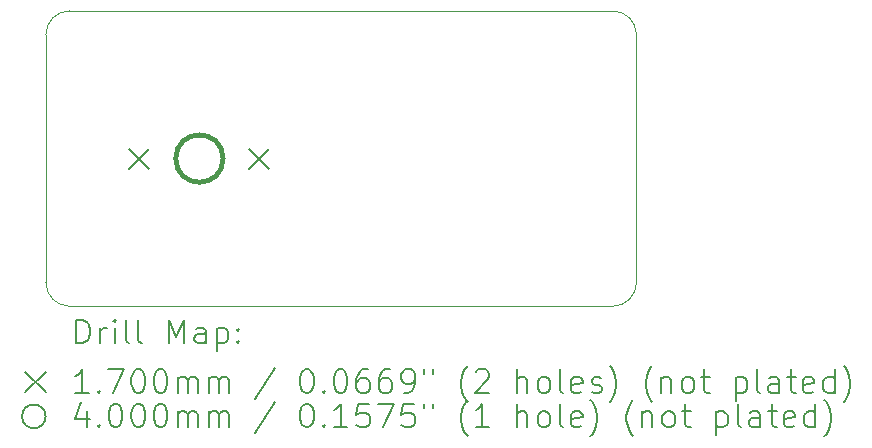
<source format=gbr>
%TF.GenerationSoftware,KiCad,Pcbnew,8.0.6*%
%TF.CreationDate,2024-12-06T21:46:28+09:00*%
%TF.ProjectId,dummy_keyboard,64756d6d-795f-46b6-9579-626f6172642e,rev?*%
%TF.SameCoordinates,Original*%
%TF.FileFunction,Drillmap*%
%TF.FilePolarity,Positive*%
%FSLAX45Y45*%
G04 Gerber Fmt 4.5, Leading zero omitted, Abs format (unit mm)*
G04 Created by KiCad (PCBNEW 8.0.6) date 2024-12-06 21:46:28*
%MOMM*%
%LPD*%
G01*
G04 APERTURE LIST*
%ADD10C,0.050000*%
%ADD11C,0.200000*%
%ADD12C,0.170000*%
%ADD13C,0.400000*%
G04 APERTURE END LIST*
D10*
X13200000Y-9400000D02*
G75*
G02*
X13400000Y-9200000I200000J0D01*
G01*
X13200000Y-11500000D02*
X13200000Y-9400000D01*
X13400000Y-11700000D02*
G75*
G02*
X13200000Y-11500000I0J200000D01*
G01*
X13400000Y-9200000D02*
X18000000Y-9200000D01*
X18200000Y-9400000D02*
X18200000Y-11500000D01*
X18000000Y-9200000D02*
G75*
G02*
X18200000Y-9400000I0J-200000D01*
G01*
X18000000Y-11700000D02*
X13400000Y-11700000D01*
X18200000Y-11500000D02*
G75*
G02*
X18000000Y-11700000I-200000J0D01*
G01*
D11*
D12*
X13907000Y-10365000D02*
X14077000Y-10535000D01*
X14077000Y-10365000D02*
X13907000Y-10535000D01*
X14923000Y-10365000D02*
X15093000Y-10535000D01*
X15093000Y-10365000D02*
X14923000Y-10535000D01*
D13*
X14700000Y-10450000D02*
G75*
G02*
X14300000Y-10450000I-200000J0D01*
G01*
X14300000Y-10450000D02*
G75*
G02*
X14700000Y-10450000I200000J0D01*
G01*
D11*
X13458277Y-12013984D02*
X13458277Y-11813984D01*
X13458277Y-11813984D02*
X13505896Y-11813984D01*
X13505896Y-11813984D02*
X13534467Y-11823508D01*
X13534467Y-11823508D02*
X13553515Y-11842555D01*
X13553515Y-11842555D02*
X13563039Y-11861603D01*
X13563039Y-11861603D02*
X13572562Y-11899698D01*
X13572562Y-11899698D02*
X13572562Y-11928269D01*
X13572562Y-11928269D02*
X13563039Y-11966365D01*
X13563039Y-11966365D02*
X13553515Y-11985412D01*
X13553515Y-11985412D02*
X13534467Y-12004460D01*
X13534467Y-12004460D02*
X13505896Y-12013984D01*
X13505896Y-12013984D02*
X13458277Y-12013984D01*
X13658277Y-12013984D02*
X13658277Y-11880650D01*
X13658277Y-11918746D02*
X13667801Y-11899698D01*
X13667801Y-11899698D02*
X13677324Y-11890174D01*
X13677324Y-11890174D02*
X13696372Y-11880650D01*
X13696372Y-11880650D02*
X13715420Y-11880650D01*
X13782086Y-12013984D02*
X13782086Y-11880650D01*
X13782086Y-11813984D02*
X13772562Y-11823508D01*
X13772562Y-11823508D02*
X13782086Y-11833031D01*
X13782086Y-11833031D02*
X13791610Y-11823508D01*
X13791610Y-11823508D02*
X13782086Y-11813984D01*
X13782086Y-11813984D02*
X13782086Y-11833031D01*
X13905896Y-12013984D02*
X13886848Y-12004460D01*
X13886848Y-12004460D02*
X13877324Y-11985412D01*
X13877324Y-11985412D02*
X13877324Y-11813984D01*
X14010658Y-12013984D02*
X13991610Y-12004460D01*
X13991610Y-12004460D02*
X13982086Y-11985412D01*
X13982086Y-11985412D02*
X13982086Y-11813984D01*
X14239229Y-12013984D02*
X14239229Y-11813984D01*
X14239229Y-11813984D02*
X14305896Y-11956841D01*
X14305896Y-11956841D02*
X14372562Y-11813984D01*
X14372562Y-11813984D02*
X14372562Y-12013984D01*
X14553515Y-12013984D02*
X14553515Y-11909222D01*
X14553515Y-11909222D02*
X14543991Y-11890174D01*
X14543991Y-11890174D02*
X14524943Y-11880650D01*
X14524943Y-11880650D02*
X14486848Y-11880650D01*
X14486848Y-11880650D02*
X14467801Y-11890174D01*
X14553515Y-12004460D02*
X14534467Y-12013984D01*
X14534467Y-12013984D02*
X14486848Y-12013984D01*
X14486848Y-12013984D02*
X14467801Y-12004460D01*
X14467801Y-12004460D02*
X14458277Y-11985412D01*
X14458277Y-11985412D02*
X14458277Y-11966365D01*
X14458277Y-11966365D02*
X14467801Y-11947317D01*
X14467801Y-11947317D02*
X14486848Y-11937793D01*
X14486848Y-11937793D02*
X14534467Y-11937793D01*
X14534467Y-11937793D02*
X14553515Y-11928269D01*
X14648753Y-11880650D02*
X14648753Y-12080650D01*
X14648753Y-11890174D02*
X14667801Y-11880650D01*
X14667801Y-11880650D02*
X14705896Y-11880650D01*
X14705896Y-11880650D02*
X14724943Y-11890174D01*
X14724943Y-11890174D02*
X14734467Y-11899698D01*
X14734467Y-11899698D02*
X14743991Y-11918746D01*
X14743991Y-11918746D02*
X14743991Y-11975888D01*
X14743991Y-11975888D02*
X14734467Y-11994936D01*
X14734467Y-11994936D02*
X14724943Y-12004460D01*
X14724943Y-12004460D02*
X14705896Y-12013984D01*
X14705896Y-12013984D02*
X14667801Y-12013984D01*
X14667801Y-12013984D02*
X14648753Y-12004460D01*
X14829705Y-11994936D02*
X14839229Y-12004460D01*
X14839229Y-12004460D02*
X14829705Y-12013984D01*
X14829705Y-12013984D02*
X14820182Y-12004460D01*
X14820182Y-12004460D02*
X14829705Y-11994936D01*
X14829705Y-11994936D02*
X14829705Y-12013984D01*
X14829705Y-11890174D02*
X14839229Y-11899698D01*
X14839229Y-11899698D02*
X14829705Y-11909222D01*
X14829705Y-11909222D02*
X14820182Y-11899698D01*
X14820182Y-11899698D02*
X14829705Y-11890174D01*
X14829705Y-11890174D02*
X14829705Y-11909222D01*
D12*
X13027500Y-12257500D02*
X13197500Y-12427500D01*
X13197500Y-12257500D02*
X13027500Y-12427500D01*
D11*
X13563039Y-12433984D02*
X13448753Y-12433984D01*
X13505896Y-12433984D02*
X13505896Y-12233984D01*
X13505896Y-12233984D02*
X13486848Y-12262555D01*
X13486848Y-12262555D02*
X13467801Y-12281603D01*
X13467801Y-12281603D02*
X13448753Y-12291127D01*
X13648753Y-12414936D02*
X13658277Y-12424460D01*
X13658277Y-12424460D02*
X13648753Y-12433984D01*
X13648753Y-12433984D02*
X13639229Y-12424460D01*
X13639229Y-12424460D02*
X13648753Y-12414936D01*
X13648753Y-12414936D02*
X13648753Y-12433984D01*
X13724943Y-12233984D02*
X13858277Y-12233984D01*
X13858277Y-12233984D02*
X13772562Y-12433984D01*
X13972562Y-12233984D02*
X13991610Y-12233984D01*
X13991610Y-12233984D02*
X14010658Y-12243508D01*
X14010658Y-12243508D02*
X14020182Y-12253031D01*
X14020182Y-12253031D02*
X14029705Y-12272079D01*
X14029705Y-12272079D02*
X14039229Y-12310174D01*
X14039229Y-12310174D02*
X14039229Y-12357793D01*
X14039229Y-12357793D02*
X14029705Y-12395888D01*
X14029705Y-12395888D02*
X14020182Y-12414936D01*
X14020182Y-12414936D02*
X14010658Y-12424460D01*
X14010658Y-12424460D02*
X13991610Y-12433984D01*
X13991610Y-12433984D02*
X13972562Y-12433984D01*
X13972562Y-12433984D02*
X13953515Y-12424460D01*
X13953515Y-12424460D02*
X13943991Y-12414936D01*
X13943991Y-12414936D02*
X13934467Y-12395888D01*
X13934467Y-12395888D02*
X13924943Y-12357793D01*
X13924943Y-12357793D02*
X13924943Y-12310174D01*
X13924943Y-12310174D02*
X13934467Y-12272079D01*
X13934467Y-12272079D02*
X13943991Y-12253031D01*
X13943991Y-12253031D02*
X13953515Y-12243508D01*
X13953515Y-12243508D02*
X13972562Y-12233984D01*
X14163039Y-12233984D02*
X14182086Y-12233984D01*
X14182086Y-12233984D02*
X14201134Y-12243508D01*
X14201134Y-12243508D02*
X14210658Y-12253031D01*
X14210658Y-12253031D02*
X14220182Y-12272079D01*
X14220182Y-12272079D02*
X14229705Y-12310174D01*
X14229705Y-12310174D02*
X14229705Y-12357793D01*
X14229705Y-12357793D02*
X14220182Y-12395888D01*
X14220182Y-12395888D02*
X14210658Y-12414936D01*
X14210658Y-12414936D02*
X14201134Y-12424460D01*
X14201134Y-12424460D02*
X14182086Y-12433984D01*
X14182086Y-12433984D02*
X14163039Y-12433984D01*
X14163039Y-12433984D02*
X14143991Y-12424460D01*
X14143991Y-12424460D02*
X14134467Y-12414936D01*
X14134467Y-12414936D02*
X14124943Y-12395888D01*
X14124943Y-12395888D02*
X14115420Y-12357793D01*
X14115420Y-12357793D02*
X14115420Y-12310174D01*
X14115420Y-12310174D02*
X14124943Y-12272079D01*
X14124943Y-12272079D02*
X14134467Y-12253031D01*
X14134467Y-12253031D02*
X14143991Y-12243508D01*
X14143991Y-12243508D02*
X14163039Y-12233984D01*
X14315420Y-12433984D02*
X14315420Y-12300650D01*
X14315420Y-12319698D02*
X14324943Y-12310174D01*
X14324943Y-12310174D02*
X14343991Y-12300650D01*
X14343991Y-12300650D02*
X14372563Y-12300650D01*
X14372563Y-12300650D02*
X14391610Y-12310174D01*
X14391610Y-12310174D02*
X14401134Y-12329222D01*
X14401134Y-12329222D02*
X14401134Y-12433984D01*
X14401134Y-12329222D02*
X14410658Y-12310174D01*
X14410658Y-12310174D02*
X14429705Y-12300650D01*
X14429705Y-12300650D02*
X14458277Y-12300650D01*
X14458277Y-12300650D02*
X14477324Y-12310174D01*
X14477324Y-12310174D02*
X14486848Y-12329222D01*
X14486848Y-12329222D02*
X14486848Y-12433984D01*
X14582086Y-12433984D02*
X14582086Y-12300650D01*
X14582086Y-12319698D02*
X14591610Y-12310174D01*
X14591610Y-12310174D02*
X14610658Y-12300650D01*
X14610658Y-12300650D02*
X14639229Y-12300650D01*
X14639229Y-12300650D02*
X14658277Y-12310174D01*
X14658277Y-12310174D02*
X14667801Y-12329222D01*
X14667801Y-12329222D02*
X14667801Y-12433984D01*
X14667801Y-12329222D02*
X14677324Y-12310174D01*
X14677324Y-12310174D02*
X14696372Y-12300650D01*
X14696372Y-12300650D02*
X14724943Y-12300650D01*
X14724943Y-12300650D02*
X14743991Y-12310174D01*
X14743991Y-12310174D02*
X14753515Y-12329222D01*
X14753515Y-12329222D02*
X14753515Y-12433984D01*
X15143991Y-12224460D02*
X14972563Y-12481603D01*
X15401134Y-12233984D02*
X15420182Y-12233984D01*
X15420182Y-12233984D02*
X15439229Y-12243508D01*
X15439229Y-12243508D02*
X15448753Y-12253031D01*
X15448753Y-12253031D02*
X15458277Y-12272079D01*
X15458277Y-12272079D02*
X15467801Y-12310174D01*
X15467801Y-12310174D02*
X15467801Y-12357793D01*
X15467801Y-12357793D02*
X15458277Y-12395888D01*
X15458277Y-12395888D02*
X15448753Y-12414936D01*
X15448753Y-12414936D02*
X15439229Y-12424460D01*
X15439229Y-12424460D02*
X15420182Y-12433984D01*
X15420182Y-12433984D02*
X15401134Y-12433984D01*
X15401134Y-12433984D02*
X15382086Y-12424460D01*
X15382086Y-12424460D02*
X15372563Y-12414936D01*
X15372563Y-12414936D02*
X15363039Y-12395888D01*
X15363039Y-12395888D02*
X15353515Y-12357793D01*
X15353515Y-12357793D02*
X15353515Y-12310174D01*
X15353515Y-12310174D02*
X15363039Y-12272079D01*
X15363039Y-12272079D02*
X15372563Y-12253031D01*
X15372563Y-12253031D02*
X15382086Y-12243508D01*
X15382086Y-12243508D02*
X15401134Y-12233984D01*
X15553515Y-12414936D02*
X15563039Y-12424460D01*
X15563039Y-12424460D02*
X15553515Y-12433984D01*
X15553515Y-12433984D02*
X15543991Y-12424460D01*
X15543991Y-12424460D02*
X15553515Y-12414936D01*
X15553515Y-12414936D02*
X15553515Y-12433984D01*
X15686848Y-12233984D02*
X15705896Y-12233984D01*
X15705896Y-12233984D02*
X15724944Y-12243508D01*
X15724944Y-12243508D02*
X15734467Y-12253031D01*
X15734467Y-12253031D02*
X15743991Y-12272079D01*
X15743991Y-12272079D02*
X15753515Y-12310174D01*
X15753515Y-12310174D02*
X15753515Y-12357793D01*
X15753515Y-12357793D02*
X15743991Y-12395888D01*
X15743991Y-12395888D02*
X15734467Y-12414936D01*
X15734467Y-12414936D02*
X15724944Y-12424460D01*
X15724944Y-12424460D02*
X15705896Y-12433984D01*
X15705896Y-12433984D02*
X15686848Y-12433984D01*
X15686848Y-12433984D02*
X15667801Y-12424460D01*
X15667801Y-12424460D02*
X15658277Y-12414936D01*
X15658277Y-12414936D02*
X15648753Y-12395888D01*
X15648753Y-12395888D02*
X15639229Y-12357793D01*
X15639229Y-12357793D02*
X15639229Y-12310174D01*
X15639229Y-12310174D02*
X15648753Y-12272079D01*
X15648753Y-12272079D02*
X15658277Y-12253031D01*
X15658277Y-12253031D02*
X15667801Y-12243508D01*
X15667801Y-12243508D02*
X15686848Y-12233984D01*
X15924944Y-12233984D02*
X15886848Y-12233984D01*
X15886848Y-12233984D02*
X15867801Y-12243508D01*
X15867801Y-12243508D02*
X15858277Y-12253031D01*
X15858277Y-12253031D02*
X15839229Y-12281603D01*
X15839229Y-12281603D02*
X15829706Y-12319698D01*
X15829706Y-12319698D02*
X15829706Y-12395888D01*
X15829706Y-12395888D02*
X15839229Y-12414936D01*
X15839229Y-12414936D02*
X15848753Y-12424460D01*
X15848753Y-12424460D02*
X15867801Y-12433984D01*
X15867801Y-12433984D02*
X15905896Y-12433984D01*
X15905896Y-12433984D02*
X15924944Y-12424460D01*
X15924944Y-12424460D02*
X15934467Y-12414936D01*
X15934467Y-12414936D02*
X15943991Y-12395888D01*
X15943991Y-12395888D02*
X15943991Y-12348269D01*
X15943991Y-12348269D02*
X15934467Y-12329222D01*
X15934467Y-12329222D02*
X15924944Y-12319698D01*
X15924944Y-12319698D02*
X15905896Y-12310174D01*
X15905896Y-12310174D02*
X15867801Y-12310174D01*
X15867801Y-12310174D02*
X15848753Y-12319698D01*
X15848753Y-12319698D02*
X15839229Y-12329222D01*
X15839229Y-12329222D02*
X15829706Y-12348269D01*
X16115420Y-12233984D02*
X16077325Y-12233984D01*
X16077325Y-12233984D02*
X16058277Y-12243508D01*
X16058277Y-12243508D02*
X16048753Y-12253031D01*
X16048753Y-12253031D02*
X16029706Y-12281603D01*
X16029706Y-12281603D02*
X16020182Y-12319698D01*
X16020182Y-12319698D02*
X16020182Y-12395888D01*
X16020182Y-12395888D02*
X16029706Y-12414936D01*
X16029706Y-12414936D02*
X16039229Y-12424460D01*
X16039229Y-12424460D02*
X16058277Y-12433984D01*
X16058277Y-12433984D02*
X16096372Y-12433984D01*
X16096372Y-12433984D02*
X16115420Y-12424460D01*
X16115420Y-12424460D02*
X16124944Y-12414936D01*
X16124944Y-12414936D02*
X16134467Y-12395888D01*
X16134467Y-12395888D02*
X16134467Y-12348269D01*
X16134467Y-12348269D02*
X16124944Y-12329222D01*
X16124944Y-12329222D02*
X16115420Y-12319698D01*
X16115420Y-12319698D02*
X16096372Y-12310174D01*
X16096372Y-12310174D02*
X16058277Y-12310174D01*
X16058277Y-12310174D02*
X16039229Y-12319698D01*
X16039229Y-12319698D02*
X16029706Y-12329222D01*
X16029706Y-12329222D02*
X16020182Y-12348269D01*
X16229706Y-12433984D02*
X16267801Y-12433984D01*
X16267801Y-12433984D02*
X16286848Y-12424460D01*
X16286848Y-12424460D02*
X16296372Y-12414936D01*
X16296372Y-12414936D02*
X16315420Y-12386365D01*
X16315420Y-12386365D02*
X16324944Y-12348269D01*
X16324944Y-12348269D02*
X16324944Y-12272079D01*
X16324944Y-12272079D02*
X16315420Y-12253031D01*
X16315420Y-12253031D02*
X16305896Y-12243508D01*
X16305896Y-12243508D02*
X16286848Y-12233984D01*
X16286848Y-12233984D02*
X16248753Y-12233984D01*
X16248753Y-12233984D02*
X16229706Y-12243508D01*
X16229706Y-12243508D02*
X16220182Y-12253031D01*
X16220182Y-12253031D02*
X16210658Y-12272079D01*
X16210658Y-12272079D02*
X16210658Y-12319698D01*
X16210658Y-12319698D02*
X16220182Y-12338746D01*
X16220182Y-12338746D02*
X16229706Y-12348269D01*
X16229706Y-12348269D02*
X16248753Y-12357793D01*
X16248753Y-12357793D02*
X16286848Y-12357793D01*
X16286848Y-12357793D02*
X16305896Y-12348269D01*
X16305896Y-12348269D02*
X16315420Y-12338746D01*
X16315420Y-12338746D02*
X16324944Y-12319698D01*
X16401134Y-12233984D02*
X16401134Y-12272079D01*
X16477325Y-12233984D02*
X16477325Y-12272079D01*
X16772563Y-12510174D02*
X16763039Y-12500650D01*
X16763039Y-12500650D02*
X16743991Y-12472079D01*
X16743991Y-12472079D02*
X16734468Y-12453031D01*
X16734468Y-12453031D02*
X16724944Y-12424460D01*
X16724944Y-12424460D02*
X16715420Y-12376841D01*
X16715420Y-12376841D02*
X16715420Y-12338746D01*
X16715420Y-12338746D02*
X16724944Y-12291127D01*
X16724944Y-12291127D02*
X16734468Y-12262555D01*
X16734468Y-12262555D02*
X16743991Y-12243508D01*
X16743991Y-12243508D02*
X16763039Y-12214936D01*
X16763039Y-12214936D02*
X16772563Y-12205412D01*
X16839230Y-12253031D02*
X16848753Y-12243508D01*
X16848753Y-12243508D02*
X16867801Y-12233984D01*
X16867801Y-12233984D02*
X16915420Y-12233984D01*
X16915420Y-12233984D02*
X16934468Y-12243508D01*
X16934468Y-12243508D02*
X16943991Y-12253031D01*
X16943991Y-12253031D02*
X16953515Y-12272079D01*
X16953515Y-12272079D02*
X16953515Y-12291127D01*
X16953515Y-12291127D02*
X16943991Y-12319698D01*
X16943991Y-12319698D02*
X16829706Y-12433984D01*
X16829706Y-12433984D02*
X16953515Y-12433984D01*
X17191611Y-12433984D02*
X17191611Y-12233984D01*
X17277325Y-12433984D02*
X17277325Y-12329222D01*
X17277325Y-12329222D02*
X17267801Y-12310174D01*
X17267801Y-12310174D02*
X17248753Y-12300650D01*
X17248753Y-12300650D02*
X17220182Y-12300650D01*
X17220182Y-12300650D02*
X17201134Y-12310174D01*
X17201134Y-12310174D02*
X17191611Y-12319698D01*
X17401134Y-12433984D02*
X17382087Y-12424460D01*
X17382087Y-12424460D02*
X17372563Y-12414936D01*
X17372563Y-12414936D02*
X17363039Y-12395888D01*
X17363039Y-12395888D02*
X17363039Y-12338746D01*
X17363039Y-12338746D02*
X17372563Y-12319698D01*
X17372563Y-12319698D02*
X17382087Y-12310174D01*
X17382087Y-12310174D02*
X17401134Y-12300650D01*
X17401134Y-12300650D02*
X17429706Y-12300650D01*
X17429706Y-12300650D02*
X17448753Y-12310174D01*
X17448753Y-12310174D02*
X17458277Y-12319698D01*
X17458277Y-12319698D02*
X17467801Y-12338746D01*
X17467801Y-12338746D02*
X17467801Y-12395888D01*
X17467801Y-12395888D02*
X17458277Y-12414936D01*
X17458277Y-12414936D02*
X17448753Y-12424460D01*
X17448753Y-12424460D02*
X17429706Y-12433984D01*
X17429706Y-12433984D02*
X17401134Y-12433984D01*
X17582087Y-12433984D02*
X17563039Y-12424460D01*
X17563039Y-12424460D02*
X17553515Y-12405412D01*
X17553515Y-12405412D02*
X17553515Y-12233984D01*
X17734468Y-12424460D02*
X17715420Y-12433984D01*
X17715420Y-12433984D02*
X17677325Y-12433984D01*
X17677325Y-12433984D02*
X17658277Y-12424460D01*
X17658277Y-12424460D02*
X17648753Y-12405412D01*
X17648753Y-12405412D02*
X17648753Y-12329222D01*
X17648753Y-12329222D02*
X17658277Y-12310174D01*
X17658277Y-12310174D02*
X17677325Y-12300650D01*
X17677325Y-12300650D02*
X17715420Y-12300650D01*
X17715420Y-12300650D02*
X17734468Y-12310174D01*
X17734468Y-12310174D02*
X17743992Y-12329222D01*
X17743992Y-12329222D02*
X17743992Y-12348269D01*
X17743992Y-12348269D02*
X17648753Y-12367317D01*
X17820182Y-12424460D02*
X17839230Y-12433984D01*
X17839230Y-12433984D02*
X17877325Y-12433984D01*
X17877325Y-12433984D02*
X17896373Y-12424460D01*
X17896373Y-12424460D02*
X17905896Y-12405412D01*
X17905896Y-12405412D02*
X17905896Y-12395888D01*
X17905896Y-12395888D02*
X17896373Y-12376841D01*
X17896373Y-12376841D02*
X17877325Y-12367317D01*
X17877325Y-12367317D02*
X17848753Y-12367317D01*
X17848753Y-12367317D02*
X17829706Y-12357793D01*
X17829706Y-12357793D02*
X17820182Y-12338746D01*
X17820182Y-12338746D02*
X17820182Y-12329222D01*
X17820182Y-12329222D02*
X17829706Y-12310174D01*
X17829706Y-12310174D02*
X17848753Y-12300650D01*
X17848753Y-12300650D02*
X17877325Y-12300650D01*
X17877325Y-12300650D02*
X17896373Y-12310174D01*
X17972563Y-12510174D02*
X17982087Y-12500650D01*
X17982087Y-12500650D02*
X18001134Y-12472079D01*
X18001134Y-12472079D02*
X18010658Y-12453031D01*
X18010658Y-12453031D02*
X18020182Y-12424460D01*
X18020182Y-12424460D02*
X18029706Y-12376841D01*
X18029706Y-12376841D02*
X18029706Y-12338746D01*
X18029706Y-12338746D02*
X18020182Y-12291127D01*
X18020182Y-12291127D02*
X18010658Y-12262555D01*
X18010658Y-12262555D02*
X18001134Y-12243508D01*
X18001134Y-12243508D02*
X17982087Y-12214936D01*
X17982087Y-12214936D02*
X17972563Y-12205412D01*
X18334468Y-12510174D02*
X18324944Y-12500650D01*
X18324944Y-12500650D02*
X18305896Y-12472079D01*
X18305896Y-12472079D02*
X18296373Y-12453031D01*
X18296373Y-12453031D02*
X18286849Y-12424460D01*
X18286849Y-12424460D02*
X18277325Y-12376841D01*
X18277325Y-12376841D02*
X18277325Y-12338746D01*
X18277325Y-12338746D02*
X18286849Y-12291127D01*
X18286849Y-12291127D02*
X18296373Y-12262555D01*
X18296373Y-12262555D02*
X18305896Y-12243508D01*
X18305896Y-12243508D02*
X18324944Y-12214936D01*
X18324944Y-12214936D02*
X18334468Y-12205412D01*
X18410658Y-12300650D02*
X18410658Y-12433984D01*
X18410658Y-12319698D02*
X18420182Y-12310174D01*
X18420182Y-12310174D02*
X18439230Y-12300650D01*
X18439230Y-12300650D02*
X18467801Y-12300650D01*
X18467801Y-12300650D02*
X18486849Y-12310174D01*
X18486849Y-12310174D02*
X18496373Y-12329222D01*
X18496373Y-12329222D02*
X18496373Y-12433984D01*
X18620182Y-12433984D02*
X18601134Y-12424460D01*
X18601134Y-12424460D02*
X18591611Y-12414936D01*
X18591611Y-12414936D02*
X18582087Y-12395888D01*
X18582087Y-12395888D02*
X18582087Y-12338746D01*
X18582087Y-12338746D02*
X18591611Y-12319698D01*
X18591611Y-12319698D02*
X18601134Y-12310174D01*
X18601134Y-12310174D02*
X18620182Y-12300650D01*
X18620182Y-12300650D02*
X18648754Y-12300650D01*
X18648754Y-12300650D02*
X18667801Y-12310174D01*
X18667801Y-12310174D02*
X18677325Y-12319698D01*
X18677325Y-12319698D02*
X18686849Y-12338746D01*
X18686849Y-12338746D02*
X18686849Y-12395888D01*
X18686849Y-12395888D02*
X18677325Y-12414936D01*
X18677325Y-12414936D02*
X18667801Y-12424460D01*
X18667801Y-12424460D02*
X18648754Y-12433984D01*
X18648754Y-12433984D02*
X18620182Y-12433984D01*
X18743992Y-12300650D02*
X18820182Y-12300650D01*
X18772563Y-12233984D02*
X18772563Y-12405412D01*
X18772563Y-12405412D02*
X18782087Y-12424460D01*
X18782087Y-12424460D02*
X18801134Y-12433984D01*
X18801134Y-12433984D02*
X18820182Y-12433984D01*
X19039230Y-12300650D02*
X19039230Y-12500650D01*
X19039230Y-12310174D02*
X19058277Y-12300650D01*
X19058277Y-12300650D02*
X19096373Y-12300650D01*
X19096373Y-12300650D02*
X19115420Y-12310174D01*
X19115420Y-12310174D02*
X19124944Y-12319698D01*
X19124944Y-12319698D02*
X19134468Y-12338746D01*
X19134468Y-12338746D02*
X19134468Y-12395888D01*
X19134468Y-12395888D02*
X19124944Y-12414936D01*
X19124944Y-12414936D02*
X19115420Y-12424460D01*
X19115420Y-12424460D02*
X19096373Y-12433984D01*
X19096373Y-12433984D02*
X19058277Y-12433984D01*
X19058277Y-12433984D02*
X19039230Y-12424460D01*
X19248754Y-12433984D02*
X19229706Y-12424460D01*
X19229706Y-12424460D02*
X19220182Y-12405412D01*
X19220182Y-12405412D02*
X19220182Y-12233984D01*
X19410658Y-12433984D02*
X19410658Y-12329222D01*
X19410658Y-12329222D02*
X19401135Y-12310174D01*
X19401135Y-12310174D02*
X19382087Y-12300650D01*
X19382087Y-12300650D02*
X19343992Y-12300650D01*
X19343992Y-12300650D02*
X19324944Y-12310174D01*
X19410658Y-12424460D02*
X19391611Y-12433984D01*
X19391611Y-12433984D02*
X19343992Y-12433984D01*
X19343992Y-12433984D02*
X19324944Y-12424460D01*
X19324944Y-12424460D02*
X19315420Y-12405412D01*
X19315420Y-12405412D02*
X19315420Y-12386365D01*
X19315420Y-12386365D02*
X19324944Y-12367317D01*
X19324944Y-12367317D02*
X19343992Y-12357793D01*
X19343992Y-12357793D02*
X19391611Y-12357793D01*
X19391611Y-12357793D02*
X19410658Y-12348269D01*
X19477325Y-12300650D02*
X19553515Y-12300650D01*
X19505896Y-12233984D02*
X19505896Y-12405412D01*
X19505896Y-12405412D02*
X19515420Y-12424460D01*
X19515420Y-12424460D02*
X19534468Y-12433984D01*
X19534468Y-12433984D02*
X19553515Y-12433984D01*
X19696373Y-12424460D02*
X19677325Y-12433984D01*
X19677325Y-12433984D02*
X19639230Y-12433984D01*
X19639230Y-12433984D02*
X19620182Y-12424460D01*
X19620182Y-12424460D02*
X19610658Y-12405412D01*
X19610658Y-12405412D02*
X19610658Y-12329222D01*
X19610658Y-12329222D02*
X19620182Y-12310174D01*
X19620182Y-12310174D02*
X19639230Y-12300650D01*
X19639230Y-12300650D02*
X19677325Y-12300650D01*
X19677325Y-12300650D02*
X19696373Y-12310174D01*
X19696373Y-12310174D02*
X19705896Y-12329222D01*
X19705896Y-12329222D02*
X19705896Y-12348269D01*
X19705896Y-12348269D02*
X19610658Y-12367317D01*
X19877325Y-12433984D02*
X19877325Y-12233984D01*
X19877325Y-12424460D02*
X19858277Y-12433984D01*
X19858277Y-12433984D02*
X19820182Y-12433984D01*
X19820182Y-12433984D02*
X19801135Y-12424460D01*
X19801135Y-12424460D02*
X19791611Y-12414936D01*
X19791611Y-12414936D02*
X19782087Y-12395888D01*
X19782087Y-12395888D02*
X19782087Y-12338746D01*
X19782087Y-12338746D02*
X19791611Y-12319698D01*
X19791611Y-12319698D02*
X19801135Y-12310174D01*
X19801135Y-12310174D02*
X19820182Y-12300650D01*
X19820182Y-12300650D02*
X19858277Y-12300650D01*
X19858277Y-12300650D02*
X19877325Y-12310174D01*
X19953516Y-12510174D02*
X19963039Y-12500650D01*
X19963039Y-12500650D02*
X19982087Y-12472079D01*
X19982087Y-12472079D02*
X19991611Y-12453031D01*
X19991611Y-12453031D02*
X20001135Y-12424460D01*
X20001135Y-12424460D02*
X20010658Y-12376841D01*
X20010658Y-12376841D02*
X20010658Y-12338746D01*
X20010658Y-12338746D02*
X20001135Y-12291127D01*
X20001135Y-12291127D02*
X19991611Y-12262555D01*
X19991611Y-12262555D02*
X19982087Y-12243508D01*
X19982087Y-12243508D02*
X19963039Y-12214936D01*
X19963039Y-12214936D02*
X19953516Y-12205412D01*
X13197500Y-12632500D02*
G75*
G02*
X12997500Y-12632500I-100000J0D01*
G01*
X12997500Y-12632500D02*
G75*
G02*
X13197500Y-12632500I100000J0D01*
G01*
X13543991Y-12590650D02*
X13543991Y-12723984D01*
X13496372Y-12514460D02*
X13448753Y-12657317D01*
X13448753Y-12657317D02*
X13572562Y-12657317D01*
X13648753Y-12704936D02*
X13658277Y-12714460D01*
X13658277Y-12714460D02*
X13648753Y-12723984D01*
X13648753Y-12723984D02*
X13639229Y-12714460D01*
X13639229Y-12714460D02*
X13648753Y-12704936D01*
X13648753Y-12704936D02*
X13648753Y-12723984D01*
X13782086Y-12523984D02*
X13801134Y-12523984D01*
X13801134Y-12523984D02*
X13820182Y-12533508D01*
X13820182Y-12533508D02*
X13829705Y-12543031D01*
X13829705Y-12543031D02*
X13839229Y-12562079D01*
X13839229Y-12562079D02*
X13848753Y-12600174D01*
X13848753Y-12600174D02*
X13848753Y-12647793D01*
X13848753Y-12647793D02*
X13839229Y-12685888D01*
X13839229Y-12685888D02*
X13829705Y-12704936D01*
X13829705Y-12704936D02*
X13820182Y-12714460D01*
X13820182Y-12714460D02*
X13801134Y-12723984D01*
X13801134Y-12723984D02*
X13782086Y-12723984D01*
X13782086Y-12723984D02*
X13763039Y-12714460D01*
X13763039Y-12714460D02*
X13753515Y-12704936D01*
X13753515Y-12704936D02*
X13743991Y-12685888D01*
X13743991Y-12685888D02*
X13734467Y-12647793D01*
X13734467Y-12647793D02*
X13734467Y-12600174D01*
X13734467Y-12600174D02*
X13743991Y-12562079D01*
X13743991Y-12562079D02*
X13753515Y-12543031D01*
X13753515Y-12543031D02*
X13763039Y-12533508D01*
X13763039Y-12533508D02*
X13782086Y-12523984D01*
X13972562Y-12523984D02*
X13991610Y-12523984D01*
X13991610Y-12523984D02*
X14010658Y-12533508D01*
X14010658Y-12533508D02*
X14020182Y-12543031D01*
X14020182Y-12543031D02*
X14029705Y-12562079D01*
X14029705Y-12562079D02*
X14039229Y-12600174D01*
X14039229Y-12600174D02*
X14039229Y-12647793D01*
X14039229Y-12647793D02*
X14029705Y-12685888D01*
X14029705Y-12685888D02*
X14020182Y-12704936D01*
X14020182Y-12704936D02*
X14010658Y-12714460D01*
X14010658Y-12714460D02*
X13991610Y-12723984D01*
X13991610Y-12723984D02*
X13972562Y-12723984D01*
X13972562Y-12723984D02*
X13953515Y-12714460D01*
X13953515Y-12714460D02*
X13943991Y-12704936D01*
X13943991Y-12704936D02*
X13934467Y-12685888D01*
X13934467Y-12685888D02*
X13924943Y-12647793D01*
X13924943Y-12647793D02*
X13924943Y-12600174D01*
X13924943Y-12600174D02*
X13934467Y-12562079D01*
X13934467Y-12562079D02*
X13943991Y-12543031D01*
X13943991Y-12543031D02*
X13953515Y-12533508D01*
X13953515Y-12533508D02*
X13972562Y-12523984D01*
X14163039Y-12523984D02*
X14182086Y-12523984D01*
X14182086Y-12523984D02*
X14201134Y-12533508D01*
X14201134Y-12533508D02*
X14210658Y-12543031D01*
X14210658Y-12543031D02*
X14220182Y-12562079D01*
X14220182Y-12562079D02*
X14229705Y-12600174D01*
X14229705Y-12600174D02*
X14229705Y-12647793D01*
X14229705Y-12647793D02*
X14220182Y-12685888D01*
X14220182Y-12685888D02*
X14210658Y-12704936D01*
X14210658Y-12704936D02*
X14201134Y-12714460D01*
X14201134Y-12714460D02*
X14182086Y-12723984D01*
X14182086Y-12723984D02*
X14163039Y-12723984D01*
X14163039Y-12723984D02*
X14143991Y-12714460D01*
X14143991Y-12714460D02*
X14134467Y-12704936D01*
X14134467Y-12704936D02*
X14124943Y-12685888D01*
X14124943Y-12685888D02*
X14115420Y-12647793D01*
X14115420Y-12647793D02*
X14115420Y-12600174D01*
X14115420Y-12600174D02*
X14124943Y-12562079D01*
X14124943Y-12562079D02*
X14134467Y-12543031D01*
X14134467Y-12543031D02*
X14143991Y-12533508D01*
X14143991Y-12533508D02*
X14163039Y-12523984D01*
X14315420Y-12723984D02*
X14315420Y-12590650D01*
X14315420Y-12609698D02*
X14324943Y-12600174D01*
X14324943Y-12600174D02*
X14343991Y-12590650D01*
X14343991Y-12590650D02*
X14372563Y-12590650D01*
X14372563Y-12590650D02*
X14391610Y-12600174D01*
X14391610Y-12600174D02*
X14401134Y-12619222D01*
X14401134Y-12619222D02*
X14401134Y-12723984D01*
X14401134Y-12619222D02*
X14410658Y-12600174D01*
X14410658Y-12600174D02*
X14429705Y-12590650D01*
X14429705Y-12590650D02*
X14458277Y-12590650D01*
X14458277Y-12590650D02*
X14477324Y-12600174D01*
X14477324Y-12600174D02*
X14486848Y-12619222D01*
X14486848Y-12619222D02*
X14486848Y-12723984D01*
X14582086Y-12723984D02*
X14582086Y-12590650D01*
X14582086Y-12609698D02*
X14591610Y-12600174D01*
X14591610Y-12600174D02*
X14610658Y-12590650D01*
X14610658Y-12590650D02*
X14639229Y-12590650D01*
X14639229Y-12590650D02*
X14658277Y-12600174D01*
X14658277Y-12600174D02*
X14667801Y-12619222D01*
X14667801Y-12619222D02*
X14667801Y-12723984D01*
X14667801Y-12619222D02*
X14677324Y-12600174D01*
X14677324Y-12600174D02*
X14696372Y-12590650D01*
X14696372Y-12590650D02*
X14724943Y-12590650D01*
X14724943Y-12590650D02*
X14743991Y-12600174D01*
X14743991Y-12600174D02*
X14753515Y-12619222D01*
X14753515Y-12619222D02*
X14753515Y-12723984D01*
X15143991Y-12514460D02*
X14972563Y-12771603D01*
X15401134Y-12523984D02*
X15420182Y-12523984D01*
X15420182Y-12523984D02*
X15439229Y-12533508D01*
X15439229Y-12533508D02*
X15448753Y-12543031D01*
X15448753Y-12543031D02*
X15458277Y-12562079D01*
X15458277Y-12562079D02*
X15467801Y-12600174D01*
X15467801Y-12600174D02*
X15467801Y-12647793D01*
X15467801Y-12647793D02*
X15458277Y-12685888D01*
X15458277Y-12685888D02*
X15448753Y-12704936D01*
X15448753Y-12704936D02*
X15439229Y-12714460D01*
X15439229Y-12714460D02*
X15420182Y-12723984D01*
X15420182Y-12723984D02*
X15401134Y-12723984D01*
X15401134Y-12723984D02*
X15382086Y-12714460D01*
X15382086Y-12714460D02*
X15372563Y-12704936D01*
X15372563Y-12704936D02*
X15363039Y-12685888D01*
X15363039Y-12685888D02*
X15353515Y-12647793D01*
X15353515Y-12647793D02*
X15353515Y-12600174D01*
X15353515Y-12600174D02*
X15363039Y-12562079D01*
X15363039Y-12562079D02*
X15372563Y-12543031D01*
X15372563Y-12543031D02*
X15382086Y-12533508D01*
X15382086Y-12533508D02*
X15401134Y-12523984D01*
X15553515Y-12704936D02*
X15563039Y-12714460D01*
X15563039Y-12714460D02*
X15553515Y-12723984D01*
X15553515Y-12723984D02*
X15543991Y-12714460D01*
X15543991Y-12714460D02*
X15553515Y-12704936D01*
X15553515Y-12704936D02*
X15553515Y-12723984D01*
X15753515Y-12723984D02*
X15639229Y-12723984D01*
X15696372Y-12723984D02*
X15696372Y-12523984D01*
X15696372Y-12523984D02*
X15677325Y-12552555D01*
X15677325Y-12552555D02*
X15658277Y-12571603D01*
X15658277Y-12571603D02*
X15639229Y-12581127D01*
X15934467Y-12523984D02*
X15839229Y-12523984D01*
X15839229Y-12523984D02*
X15829706Y-12619222D01*
X15829706Y-12619222D02*
X15839229Y-12609698D01*
X15839229Y-12609698D02*
X15858277Y-12600174D01*
X15858277Y-12600174D02*
X15905896Y-12600174D01*
X15905896Y-12600174D02*
X15924944Y-12609698D01*
X15924944Y-12609698D02*
X15934467Y-12619222D01*
X15934467Y-12619222D02*
X15943991Y-12638269D01*
X15943991Y-12638269D02*
X15943991Y-12685888D01*
X15943991Y-12685888D02*
X15934467Y-12704936D01*
X15934467Y-12704936D02*
X15924944Y-12714460D01*
X15924944Y-12714460D02*
X15905896Y-12723984D01*
X15905896Y-12723984D02*
X15858277Y-12723984D01*
X15858277Y-12723984D02*
X15839229Y-12714460D01*
X15839229Y-12714460D02*
X15829706Y-12704936D01*
X16010658Y-12523984D02*
X16143991Y-12523984D01*
X16143991Y-12523984D02*
X16058277Y-12723984D01*
X16315420Y-12523984D02*
X16220182Y-12523984D01*
X16220182Y-12523984D02*
X16210658Y-12619222D01*
X16210658Y-12619222D02*
X16220182Y-12609698D01*
X16220182Y-12609698D02*
X16239229Y-12600174D01*
X16239229Y-12600174D02*
X16286848Y-12600174D01*
X16286848Y-12600174D02*
X16305896Y-12609698D01*
X16305896Y-12609698D02*
X16315420Y-12619222D01*
X16315420Y-12619222D02*
X16324944Y-12638269D01*
X16324944Y-12638269D02*
X16324944Y-12685888D01*
X16324944Y-12685888D02*
X16315420Y-12704936D01*
X16315420Y-12704936D02*
X16305896Y-12714460D01*
X16305896Y-12714460D02*
X16286848Y-12723984D01*
X16286848Y-12723984D02*
X16239229Y-12723984D01*
X16239229Y-12723984D02*
X16220182Y-12714460D01*
X16220182Y-12714460D02*
X16210658Y-12704936D01*
X16401134Y-12523984D02*
X16401134Y-12562079D01*
X16477325Y-12523984D02*
X16477325Y-12562079D01*
X16772563Y-12800174D02*
X16763039Y-12790650D01*
X16763039Y-12790650D02*
X16743991Y-12762079D01*
X16743991Y-12762079D02*
X16734468Y-12743031D01*
X16734468Y-12743031D02*
X16724944Y-12714460D01*
X16724944Y-12714460D02*
X16715420Y-12666841D01*
X16715420Y-12666841D02*
X16715420Y-12628746D01*
X16715420Y-12628746D02*
X16724944Y-12581127D01*
X16724944Y-12581127D02*
X16734468Y-12552555D01*
X16734468Y-12552555D02*
X16743991Y-12533508D01*
X16743991Y-12533508D02*
X16763039Y-12504936D01*
X16763039Y-12504936D02*
X16772563Y-12495412D01*
X16953515Y-12723984D02*
X16839230Y-12723984D01*
X16896372Y-12723984D02*
X16896372Y-12523984D01*
X16896372Y-12523984D02*
X16877325Y-12552555D01*
X16877325Y-12552555D02*
X16858277Y-12571603D01*
X16858277Y-12571603D02*
X16839230Y-12581127D01*
X17191611Y-12723984D02*
X17191611Y-12523984D01*
X17277325Y-12723984D02*
X17277325Y-12619222D01*
X17277325Y-12619222D02*
X17267801Y-12600174D01*
X17267801Y-12600174D02*
X17248753Y-12590650D01*
X17248753Y-12590650D02*
X17220182Y-12590650D01*
X17220182Y-12590650D02*
X17201134Y-12600174D01*
X17201134Y-12600174D02*
X17191611Y-12609698D01*
X17401134Y-12723984D02*
X17382087Y-12714460D01*
X17382087Y-12714460D02*
X17372563Y-12704936D01*
X17372563Y-12704936D02*
X17363039Y-12685888D01*
X17363039Y-12685888D02*
X17363039Y-12628746D01*
X17363039Y-12628746D02*
X17372563Y-12609698D01*
X17372563Y-12609698D02*
X17382087Y-12600174D01*
X17382087Y-12600174D02*
X17401134Y-12590650D01*
X17401134Y-12590650D02*
X17429706Y-12590650D01*
X17429706Y-12590650D02*
X17448753Y-12600174D01*
X17448753Y-12600174D02*
X17458277Y-12609698D01*
X17458277Y-12609698D02*
X17467801Y-12628746D01*
X17467801Y-12628746D02*
X17467801Y-12685888D01*
X17467801Y-12685888D02*
X17458277Y-12704936D01*
X17458277Y-12704936D02*
X17448753Y-12714460D01*
X17448753Y-12714460D02*
X17429706Y-12723984D01*
X17429706Y-12723984D02*
X17401134Y-12723984D01*
X17582087Y-12723984D02*
X17563039Y-12714460D01*
X17563039Y-12714460D02*
X17553515Y-12695412D01*
X17553515Y-12695412D02*
X17553515Y-12523984D01*
X17734468Y-12714460D02*
X17715420Y-12723984D01*
X17715420Y-12723984D02*
X17677325Y-12723984D01*
X17677325Y-12723984D02*
X17658277Y-12714460D01*
X17658277Y-12714460D02*
X17648753Y-12695412D01*
X17648753Y-12695412D02*
X17648753Y-12619222D01*
X17648753Y-12619222D02*
X17658277Y-12600174D01*
X17658277Y-12600174D02*
X17677325Y-12590650D01*
X17677325Y-12590650D02*
X17715420Y-12590650D01*
X17715420Y-12590650D02*
X17734468Y-12600174D01*
X17734468Y-12600174D02*
X17743992Y-12619222D01*
X17743992Y-12619222D02*
X17743992Y-12638269D01*
X17743992Y-12638269D02*
X17648753Y-12657317D01*
X17810658Y-12800174D02*
X17820182Y-12790650D01*
X17820182Y-12790650D02*
X17839230Y-12762079D01*
X17839230Y-12762079D02*
X17848753Y-12743031D01*
X17848753Y-12743031D02*
X17858277Y-12714460D01*
X17858277Y-12714460D02*
X17867801Y-12666841D01*
X17867801Y-12666841D02*
X17867801Y-12628746D01*
X17867801Y-12628746D02*
X17858277Y-12581127D01*
X17858277Y-12581127D02*
X17848753Y-12552555D01*
X17848753Y-12552555D02*
X17839230Y-12533508D01*
X17839230Y-12533508D02*
X17820182Y-12504936D01*
X17820182Y-12504936D02*
X17810658Y-12495412D01*
X18172563Y-12800174D02*
X18163039Y-12790650D01*
X18163039Y-12790650D02*
X18143992Y-12762079D01*
X18143992Y-12762079D02*
X18134468Y-12743031D01*
X18134468Y-12743031D02*
X18124944Y-12714460D01*
X18124944Y-12714460D02*
X18115420Y-12666841D01*
X18115420Y-12666841D02*
X18115420Y-12628746D01*
X18115420Y-12628746D02*
X18124944Y-12581127D01*
X18124944Y-12581127D02*
X18134468Y-12552555D01*
X18134468Y-12552555D02*
X18143992Y-12533508D01*
X18143992Y-12533508D02*
X18163039Y-12504936D01*
X18163039Y-12504936D02*
X18172563Y-12495412D01*
X18248753Y-12590650D02*
X18248753Y-12723984D01*
X18248753Y-12609698D02*
X18258277Y-12600174D01*
X18258277Y-12600174D02*
X18277325Y-12590650D01*
X18277325Y-12590650D02*
X18305896Y-12590650D01*
X18305896Y-12590650D02*
X18324944Y-12600174D01*
X18324944Y-12600174D02*
X18334468Y-12619222D01*
X18334468Y-12619222D02*
X18334468Y-12723984D01*
X18458277Y-12723984D02*
X18439230Y-12714460D01*
X18439230Y-12714460D02*
X18429706Y-12704936D01*
X18429706Y-12704936D02*
X18420182Y-12685888D01*
X18420182Y-12685888D02*
X18420182Y-12628746D01*
X18420182Y-12628746D02*
X18429706Y-12609698D01*
X18429706Y-12609698D02*
X18439230Y-12600174D01*
X18439230Y-12600174D02*
X18458277Y-12590650D01*
X18458277Y-12590650D02*
X18486849Y-12590650D01*
X18486849Y-12590650D02*
X18505896Y-12600174D01*
X18505896Y-12600174D02*
X18515420Y-12609698D01*
X18515420Y-12609698D02*
X18524944Y-12628746D01*
X18524944Y-12628746D02*
X18524944Y-12685888D01*
X18524944Y-12685888D02*
X18515420Y-12704936D01*
X18515420Y-12704936D02*
X18505896Y-12714460D01*
X18505896Y-12714460D02*
X18486849Y-12723984D01*
X18486849Y-12723984D02*
X18458277Y-12723984D01*
X18582087Y-12590650D02*
X18658277Y-12590650D01*
X18610658Y-12523984D02*
X18610658Y-12695412D01*
X18610658Y-12695412D02*
X18620182Y-12714460D01*
X18620182Y-12714460D02*
X18639230Y-12723984D01*
X18639230Y-12723984D02*
X18658277Y-12723984D01*
X18877325Y-12590650D02*
X18877325Y-12790650D01*
X18877325Y-12600174D02*
X18896373Y-12590650D01*
X18896373Y-12590650D02*
X18934468Y-12590650D01*
X18934468Y-12590650D02*
X18953515Y-12600174D01*
X18953515Y-12600174D02*
X18963039Y-12609698D01*
X18963039Y-12609698D02*
X18972563Y-12628746D01*
X18972563Y-12628746D02*
X18972563Y-12685888D01*
X18972563Y-12685888D02*
X18963039Y-12704936D01*
X18963039Y-12704936D02*
X18953515Y-12714460D01*
X18953515Y-12714460D02*
X18934468Y-12723984D01*
X18934468Y-12723984D02*
X18896373Y-12723984D01*
X18896373Y-12723984D02*
X18877325Y-12714460D01*
X19086849Y-12723984D02*
X19067801Y-12714460D01*
X19067801Y-12714460D02*
X19058277Y-12695412D01*
X19058277Y-12695412D02*
X19058277Y-12523984D01*
X19248754Y-12723984D02*
X19248754Y-12619222D01*
X19248754Y-12619222D02*
X19239230Y-12600174D01*
X19239230Y-12600174D02*
X19220182Y-12590650D01*
X19220182Y-12590650D02*
X19182087Y-12590650D01*
X19182087Y-12590650D02*
X19163039Y-12600174D01*
X19248754Y-12714460D02*
X19229706Y-12723984D01*
X19229706Y-12723984D02*
X19182087Y-12723984D01*
X19182087Y-12723984D02*
X19163039Y-12714460D01*
X19163039Y-12714460D02*
X19153515Y-12695412D01*
X19153515Y-12695412D02*
X19153515Y-12676365D01*
X19153515Y-12676365D02*
X19163039Y-12657317D01*
X19163039Y-12657317D02*
X19182087Y-12647793D01*
X19182087Y-12647793D02*
X19229706Y-12647793D01*
X19229706Y-12647793D02*
X19248754Y-12638269D01*
X19315420Y-12590650D02*
X19391611Y-12590650D01*
X19343992Y-12523984D02*
X19343992Y-12695412D01*
X19343992Y-12695412D02*
X19353515Y-12714460D01*
X19353515Y-12714460D02*
X19372563Y-12723984D01*
X19372563Y-12723984D02*
X19391611Y-12723984D01*
X19534468Y-12714460D02*
X19515420Y-12723984D01*
X19515420Y-12723984D02*
X19477325Y-12723984D01*
X19477325Y-12723984D02*
X19458277Y-12714460D01*
X19458277Y-12714460D02*
X19448754Y-12695412D01*
X19448754Y-12695412D02*
X19448754Y-12619222D01*
X19448754Y-12619222D02*
X19458277Y-12600174D01*
X19458277Y-12600174D02*
X19477325Y-12590650D01*
X19477325Y-12590650D02*
X19515420Y-12590650D01*
X19515420Y-12590650D02*
X19534468Y-12600174D01*
X19534468Y-12600174D02*
X19543992Y-12619222D01*
X19543992Y-12619222D02*
X19543992Y-12638269D01*
X19543992Y-12638269D02*
X19448754Y-12657317D01*
X19715420Y-12723984D02*
X19715420Y-12523984D01*
X19715420Y-12714460D02*
X19696373Y-12723984D01*
X19696373Y-12723984D02*
X19658277Y-12723984D01*
X19658277Y-12723984D02*
X19639230Y-12714460D01*
X19639230Y-12714460D02*
X19629706Y-12704936D01*
X19629706Y-12704936D02*
X19620182Y-12685888D01*
X19620182Y-12685888D02*
X19620182Y-12628746D01*
X19620182Y-12628746D02*
X19629706Y-12609698D01*
X19629706Y-12609698D02*
X19639230Y-12600174D01*
X19639230Y-12600174D02*
X19658277Y-12590650D01*
X19658277Y-12590650D02*
X19696373Y-12590650D01*
X19696373Y-12590650D02*
X19715420Y-12600174D01*
X19791611Y-12800174D02*
X19801135Y-12790650D01*
X19801135Y-12790650D02*
X19820182Y-12762079D01*
X19820182Y-12762079D02*
X19829706Y-12743031D01*
X19829706Y-12743031D02*
X19839230Y-12714460D01*
X19839230Y-12714460D02*
X19848754Y-12666841D01*
X19848754Y-12666841D02*
X19848754Y-12628746D01*
X19848754Y-12628746D02*
X19839230Y-12581127D01*
X19839230Y-12581127D02*
X19829706Y-12552555D01*
X19829706Y-12552555D02*
X19820182Y-12533508D01*
X19820182Y-12533508D02*
X19801135Y-12504936D01*
X19801135Y-12504936D02*
X19791611Y-12495412D01*
M02*

</source>
